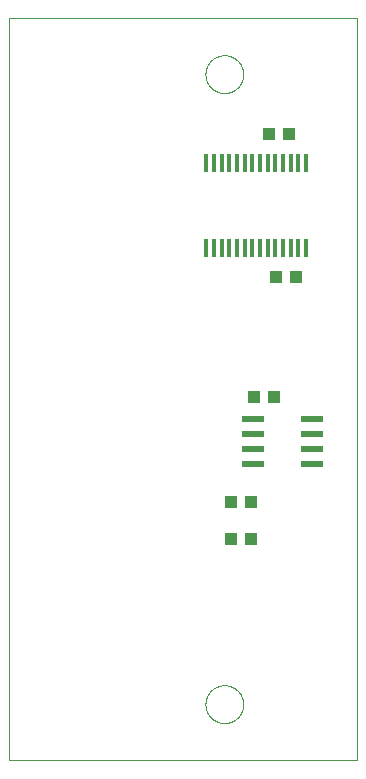
<source format=gbp>
G04 EAGLE Gerber RS-274X export*
G75*
%MOMM*%
%FSLAX34Y34*%
%LPD*%
%INSolder paste bottom*%
%IPPOS*%
%AMOC8*
5,1,8,0,0,1.08239X$1,22.5*%
G01*
%ADD10C,0.000000*%
%ADD11R,1.100000X1.000000*%
%ADD12R,0.400000X1.500000*%
%ADD13R,1.000000X1.100000*%
%ADD14R,1.981200X0.558800*%


D10*
X0Y628650D02*
X0Y0D01*
X295275Y0D01*
X295275Y628650D01*
X0Y628650D01*
X166563Y47625D02*
X166568Y48018D01*
X166582Y48410D01*
X166606Y48802D01*
X166640Y49193D01*
X166683Y49584D01*
X166736Y49973D01*
X166799Y50360D01*
X166870Y50746D01*
X166952Y51131D01*
X167042Y51513D01*
X167143Y51892D01*
X167252Y52270D01*
X167371Y52644D01*
X167498Y53015D01*
X167635Y53383D01*
X167781Y53748D01*
X167936Y54109D01*
X168099Y54466D01*
X168271Y54819D01*
X168452Y55167D01*
X168642Y55511D01*
X168839Y55851D01*
X169045Y56185D01*
X169259Y56514D01*
X169482Y56838D01*
X169712Y57156D01*
X169949Y57469D01*
X170195Y57775D01*
X170448Y58076D01*
X170708Y58370D01*
X170975Y58658D01*
X171249Y58939D01*
X171530Y59213D01*
X171818Y59480D01*
X172112Y59740D01*
X172413Y59993D01*
X172719Y60239D01*
X173032Y60476D01*
X173350Y60706D01*
X173674Y60929D01*
X174003Y61143D01*
X174337Y61349D01*
X174677Y61546D01*
X175021Y61736D01*
X175369Y61917D01*
X175722Y62089D01*
X176079Y62252D01*
X176440Y62407D01*
X176805Y62553D01*
X177173Y62690D01*
X177544Y62817D01*
X177918Y62936D01*
X178296Y63045D01*
X178675Y63146D01*
X179057Y63236D01*
X179442Y63318D01*
X179828Y63389D01*
X180215Y63452D01*
X180604Y63505D01*
X180995Y63548D01*
X181386Y63582D01*
X181778Y63606D01*
X182170Y63620D01*
X182563Y63625D01*
X182956Y63620D01*
X183348Y63606D01*
X183740Y63582D01*
X184131Y63548D01*
X184522Y63505D01*
X184911Y63452D01*
X185298Y63389D01*
X185684Y63318D01*
X186069Y63236D01*
X186451Y63146D01*
X186830Y63045D01*
X187208Y62936D01*
X187582Y62817D01*
X187953Y62690D01*
X188321Y62553D01*
X188686Y62407D01*
X189047Y62252D01*
X189404Y62089D01*
X189757Y61917D01*
X190105Y61736D01*
X190449Y61546D01*
X190789Y61349D01*
X191123Y61143D01*
X191452Y60929D01*
X191776Y60706D01*
X192094Y60476D01*
X192407Y60239D01*
X192713Y59993D01*
X193014Y59740D01*
X193308Y59480D01*
X193596Y59213D01*
X193877Y58939D01*
X194151Y58658D01*
X194418Y58370D01*
X194678Y58076D01*
X194931Y57775D01*
X195177Y57469D01*
X195414Y57156D01*
X195644Y56838D01*
X195867Y56514D01*
X196081Y56185D01*
X196287Y55851D01*
X196484Y55511D01*
X196674Y55167D01*
X196855Y54819D01*
X197027Y54466D01*
X197190Y54109D01*
X197345Y53748D01*
X197491Y53383D01*
X197628Y53015D01*
X197755Y52644D01*
X197874Y52270D01*
X197983Y51892D01*
X198084Y51513D01*
X198174Y51131D01*
X198256Y50746D01*
X198327Y50360D01*
X198390Y49973D01*
X198443Y49584D01*
X198486Y49193D01*
X198520Y48802D01*
X198544Y48410D01*
X198558Y48018D01*
X198563Y47625D01*
X198558Y47232D01*
X198544Y46840D01*
X198520Y46448D01*
X198486Y46057D01*
X198443Y45666D01*
X198390Y45277D01*
X198327Y44890D01*
X198256Y44504D01*
X198174Y44119D01*
X198084Y43737D01*
X197983Y43358D01*
X197874Y42980D01*
X197755Y42606D01*
X197628Y42235D01*
X197491Y41867D01*
X197345Y41502D01*
X197190Y41141D01*
X197027Y40784D01*
X196855Y40431D01*
X196674Y40083D01*
X196484Y39739D01*
X196287Y39399D01*
X196081Y39065D01*
X195867Y38736D01*
X195644Y38412D01*
X195414Y38094D01*
X195177Y37781D01*
X194931Y37475D01*
X194678Y37174D01*
X194418Y36880D01*
X194151Y36592D01*
X193877Y36311D01*
X193596Y36037D01*
X193308Y35770D01*
X193014Y35510D01*
X192713Y35257D01*
X192407Y35011D01*
X192094Y34774D01*
X191776Y34544D01*
X191452Y34321D01*
X191123Y34107D01*
X190789Y33901D01*
X190449Y33704D01*
X190105Y33514D01*
X189757Y33333D01*
X189404Y33161D01*
X189047Y32998D01*
X188686Y32843D01*
X188321Y32697D01*
X187953Y32560D01*
X187582Y32433D01*
X187208Y32314D01*
X186830Y32205D01*
X186451Y32104D01*
X186069Y32014D01*
X185684Y31932D01*
X185298Y31861D01*
X184911Y31798D01*
X184522Y31745D01*
X184131Y31702D01*
X183740Y31668D01*
X183348Y31644D01*
X182956Y31630D01*
X182563Y31625D01*
X182170Y31630D01*
X181778Y31644D01*
X181386Y31668D01*
X180995Y31702D01*
X180604Y31745D01*
X180215Y31798D01*
X179828Y31861D01*
X179442Y31932D01*
X179057Y32014D01*
X178675Y32104D01*
X178296Y32205D01*
X177918Y32314D01*
X177544Y32433D01*
X177173Y32560D01*
X176805Y32697D01*
X176440Y32843D01*
X176079Y32998D01*
X175722Y33161D01*
X175369Y33333D01*
X175021Y33514D01*
X174677Y33704D01*
X174337Y33901D01*
X174003Y34107D01*
X173674Y34321D01*
X173350Y34544D01*
X173032Y34774D01*
X172719Y35011D01*
X172413Y35257D01*
X172112Y35510D01*
X171818Y35770D01*
X171530Y36037D01*
X171249Y36311D01*
X170975Y36592D01*
X170708Y36880D01*
X170448Y37174D01*
X170195Y37475D01*
X169949Y37781D01*
X169712Y38094D01*
X169482Y38412D01*
X169259Y38736D01*
X169045Y39065D01*
X168839Y39399D01*
X168642Y39739D01*
X168452Y40083D01*
X168271Y40431D01*
X168099Y40784D01*
X167936Y41141D01*
X167781Y41502D01*
X167635Y41867D01*
X167498Y42235D01*
X167371Y42606D01*
X167252Y42980D01*
X167143Y43358D01*
X167042Y43737D01*
X166952Y44119D01*
X166870Y44504D01*
X166799Y44890D01*
X166736Y45277D01*
X166683Y45666D01*
X166640Y46057D01*
X166606Y46448D01*
X166582Y46840D01*
X166568Y47232D01*
X166563Y47625D01*
X166563Y581025D02*
X166568Y581418D01*
X166582Y581810D01*
X166606Y582202D01*
X166640Y582593D01*
X166683Y582984D01*
X166736Y583373D01*
X166799Y583760D01*
X166870Y584146D01*
X166952Y584531D01*
X167042Y584913D01*
X167143Y585292D01*
X167252Y585670D01*
X167371Y586044D01*
X167498Y586415D01*
X167635Y586783D01*
X167781Y587148D01*
X167936Y587509D01*
X168099Y587866D01*
X168271Y588219D01*
X168452Y588567D01*
X168642Y588911D01*
X168839Y589251D01*
X169045Y589585D01*
X169259Y589914D01*
X169482Y590238D01*
X169712Y590556D01*
X169949Y590869D01*
X170195Y591175D01*
X170448Y591476D01*
X170708Y591770D01*
X170975Y592058D01*
X171249Y592339D01*
X171530Y592613D01*
X171818Y592880D01*
X172112Y593140D01*
X172413Y593393D01*
X172719Y593639D01*
X173032Y593876D01*
X173350Y594106D01*
X173674Y594329D01*
X174003Y594543D01*
X174337Y594749D01*
X174677Y594946D01*
X175021Y595136D01*
X175369Y595317D01*
X175722Y595489D01*
X176079Y595652D01*
X176440Y595807D01*
X176805Y595953D01*
X177173Y596090D01*
X177544Y596217D01*
X177918Y596336D01*
X178296Y596445D01*
X178675Y596546D01*
X179057Y596636D01*
X179442Y596718D01*
X179828Y596789D01*
X180215Y596852D01*
X180604Y596905D01*
X180995Y596948D01*
X181386Y596982D01*
X181778Y597006D01*
X182170Y597020D01*
X182563Y597025D01*
X182956Y597020D01*
X183348Y597006D01*
X183740Y596982D01*
X184131Y596948D01*
X184522Y596905D01*
X184911Y596852D01*
X185298Y596789D01*
X185684Y596718D01*
X186069Y596636D01*
X186451Y596546D01*
X186830Y596445D01*
X187208Y596336D01*
X187582Y596217D01*
X187953Y596090D01*
X188321Y595953D01*
X188686Y595807D01*
X189047Y595652D01*
X189404Y595489D01*
X189757Y595317D01*
X190105Y595136D01*
X190449Y594946D01*
X190789Y594749D01*
X191123Y594543D01*
X191452Y594329D01*
X191776Y594106D01*
X192094Y593876D01*
X192407Y593639D01*
X192713Y593393D01*
X193014Y593140D01*
X193308Y592880D01*
X193596Y592613D01*
X193877Y592339D01*
X194151Y592058D01*
X194418Y591770D01*
X194678Y591476D01*
X194931Y591175D01*
X195177Y590869D01*
X195414Y590556D01*
X195644Y590238D01*
X195867Y589914D01*
X196081Y589585D01*
X196287Y589251D01*
X196484Y588911D01*
X196674Y588567D01*
X196855Y588219D01*
X197027Y587866D01*
X197190Y587509D01*
X197345Y587148D01*
X197491Y586783D01*
X197628Y586415D01*
X197755Y586044D01*
X197874Y585670D01*
X197983Y585292D01*
X198084Y584913D01*
X198174Y584531D01*
X198256Y584146D01*
X198327Y583760D01*
X198390Y583373D01*
X198443Y582984D01*
X198486Y582593D01*
X198520Y582202D01*
X198544Y581810D01*
X198558Y581418D01*
X198563Y581025D01*
X198558Y580632D01*
X198544Y580240D01*
X198520Y579848D01*
X198486Y579457D01*
X198443Y579066D01*
X198390Y578677D01*
X198327Y578290D01*
X198256Y577904D01*
X198174Y577519D01*
X198084Y577137D01*
X197983Y576758D01*
X197874Y576380D01*
X197755Y576006D01*
X197628Y575635D01*
X197491Y575267D01*
X197345Y574902D01*
X197190Y574541D01*
X197027Y574184D01*
X196855Y573831D01*
X196674Y573483D01*
X196484Y573139D01*
X196287Y572799D01*
X196081Y572465D01*
X195867Y572136D01*
X195644Y571812D01*
X195414Y571494D01*
X195177Y571181D01*
X194931Y570875D01*
X194678Y570574D01*
X194418Y570280D01*
X194151Y569992D01*
X193877Y569711D01*
X193596Y569437D01*
X193308Y569170D01*
X193014Y568910D01*
X192713Y568657D01*
X192407Y568411D01*
X192094Y568174D01*
X191776Y567944D01*
X191452Y567721D01*
X191123Y567507D01*
X190789Y567301D01*
X190449Y567104D01*
X190105Y566914D01*
X189757Y566733D01*
X189404Y566561D01*
X189047Y566398D01*
X188686Y566243D01*
X188321Y566097D01*
X187953Y565960D01*
X187582Y565833D01*
X187208Y565714D01*
X186830Y565605D01*
X186451Y565504D01*
X186069Y565414D01*
X185684Y565332D01*
X185298Y565261D01*
X184911Y565198D01*
X184522Y565145D01*
X184131Y565102D01*
X183740Y565068D01*
X183348Y565044D01*
X182956Y565030D01*
X182563Y565025D01*
X182170Y565030D01*
X181778Y565044D01*
X181386Y565068D01*
X180995Y565102D01*
X180604Y565145D01*
X180215Y565198D01*
X179828Y565261D01*
X179442Y565332D01*
X179057Y565414D01*
X178675Y565504D01*
X178296Y565605D01*
X177918Y565714D01*
X177544Y565833D01*
X177173Y565960D01*
X176805Y566097D01*
X176440Y566243D01*
X176079Y566398D01*
X175722Y566561D01*
X175369Y566733D01*
X175021Y566914D01*
X174677Y567104D01*
X174337Y567301D01*
X174003Y567507D01*
X173674Y567721D01*
X173350Y567944D01*
X173032Y568174D01*
X172719Y568411D01*
X172413Y568657D01*
X172112Y568910D01*
X171818Y569170D01*
X171530Y569437D01*
X171249Y569711D01*
X170975Y569992D01*
X170708Y570280D01*
X170448Y570574D01*
X170195Y570875D01*
X169949Y571181D01*
X169712Y571494D01*
X169482Y571812D01*
X169259Y572136D01*
X169045Y572465D01*
X168839Y572799D01*
X168642Y573139D01*
X168452Y573483D01*
X168271Y573831D01*
X168099Y574184D01*
X167936Y574541D01*
X167781Y574902D01*
X167635Y575267D01*
X167498Y575635D01*
X167371Y576006D01*
X167252Y576380D01*
X167143Y576758D01*
X167042Y577137D01*
X166952Y577519D01*
X166870Y577904D01*
X166799Y578290D01*
X166736Y578677D01*
X166683Y579066D01*
X166640Y579457D01*
X166606Y579848D01*
X166582Y580240D01*
X166568Y580632D01*
X166563Y581025D01*
D11*
X220100Y530225D03*
X237100Y530225D03*
D12*
X167300Y506150D03*
X173800Y506150D03*
X180300Y506150D03*
X186800Y506150D03*
X193300Y506150D03*
X199800Y506150D03*
X206300Y506150D03*
X212800Y506150D03*
X219300Y506150D03*
X225800Y506150D03*
X232300Y506150D03*
X238800Y506150D03*
X245300Y506150D03*
X251800Y506150D03*
X251800Y433650D03*
X245300Y433650D03*
X238800Y433650D03*
X232300Y433650D03*
X225800Y433650D03*
X219300Y433650D03*
X212800Y433650D03*
X206300Y433650D03*
X199800Y433650D03*
X193300Y433650D03*
X186800Y433650D03*
X180300Y433650D03*
X173800Y433650D03*
X167300Y433650D03*
D13*
X226450Y409575D03*
X243450Y409575D03*
D11*
X207400Y307975D03*
X224400Y307975D03*
D13*
X188350Y219075D03*
X205350Y219075D03*
X188350Y187325D03*
X205350Y187325D03*
D14*
X256413Y288925D03*
X256413Y276225D03*
X256413Y263525D03*
X256413Y250825D03*
X207137Y250825D03*
X207137Y263525D03*
X207137Y276225D03*
X207137Y288925D03*
M02*

</source>
